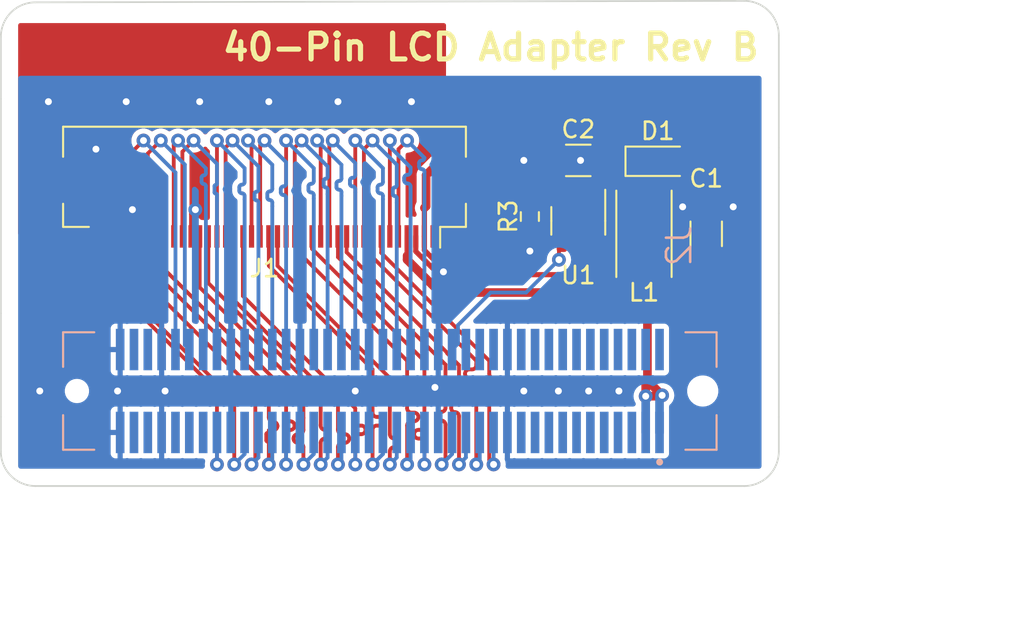
<source format=kicad_pcb>
(kicad_pcb (version 20211014) (generator pcbnew)
  (layers (0 "F.Cu" signal) (1 "In1.Cu" power) (2 "In2.Cu" power) (31 "B.Cu" signal) (34 "B.Paste" user) (35 "F.Paste" user) (36 "B.SilkS" user "B.Silkscreen") (37 "F.SilkS" user "F.Silkscreen") (38 "B.Mask" user) (39 "F.Mask" user) (44 "Edge.Cuts" user))
  (net 0 "")
  (net 1 "+3.3V")
  (net 2 "GND")
  (net 3 "/PIN_J24 P")
  (net 4 "/PIN_N19 P")
  (net 5 "/PIN_E21 P")
  (net 6 "/PIN_G25 P")
  (net 7 "/PIN_A23 P")
  (net 8 "/PIN_D26 P")
  (net 9 "/PIN_L22 P")
  (net 10 "/PIN_E25 P")
  (net 11 "/PIN_J21 P")
  (net 12 "/PIN_D23 P")
  (net 13 "/PIN_J26 P")
  (net 14 "/PIN_F22 P")
  (net 15 "/PIN_F25 P")
  (net 16 "/PIN_H21 P")
  (net 17 "/PIN_M24 P")
  (net 18 "/PIN_G22_P")
  (net 19 "/VLED+")
  (net 20 "/VLED-")
  (net 21 "/PIN_L24_N")
  (net 22 "/PIN_J25_N")
  (net 23 "/PIN_G21_N")
  (net 24 "/PIN_E22_N")
  (net 25 "/PIN_F23_N")
  (net 26 "/PIN_D25_N")
  (net 27 "/PIN_D24_N")
  (net 28 "/PIN_E23_N")
  (net 29 "/PIN_K22_N")
  (net 30 "/PIN_M20_N")
  (net 31 "/PIN_H22_N")
  (net 32 "/PIN_H26_N")
  (net 33 "/PIN_G26_N")
  (net 34 "/PIN_E26_N")
  (net 36 "/PIN_C26_N")
  (net 37 "/PIN_A24_N")
  (net 38 "/PIN_B20 P")
  (net 68 "/SW")
  (net 70 "/DIMMER")
  (footprint "Connector_FFC-FPC:Hirose_FH12-40S-0.5SH_1x40-1MP_P0.50mm_Horizontal" (layer "F.Cu") (at 115.25 82.7 180)
    (fp_text reference "J1")
    (fp_text value "Conn_01x40_Female")
  )
  (footprint "Diode_SMD:D_SOD-323_HandSoldering" (layer "F.Cu") (at 138.03125 80.2)
    (fp_text reference "D1")
    (fp_text value "D_Schottky" hide)
  )
  (footprint "Capacitor_SMD:C_1206_3216Metric_Pad1.33x1.80mm_HandSolder" (layer "F.Cu") (at 133.4 80.15 180)
    (fp_text reference "C2")
    (fp_text value "10uF")
  )
  (footprint "Resistor_SMD:R_0603_1608Metric_Pad0.98x0.95mm_HandSolder" (layer "F.Cu") (at 130.6 83.4 -90)
    (fp_text reference "R3")
    (fp_text value "10R")
  )
  (footprint "Capacitor_SMD:C_1206_3216Metric_Pad1.33x1.80mm_HandSolder" (layer "F.Cu") (at 140.8 84.4 90)
    (fp_text reference "C1")
    (fp_text value "10uF")
  )
  (footprint "Package_TO_SOT_SMD:SOT-23-6" (layer "F.Cu") (at 133.4 83.65 -90)
    (fp_text reference "U1")
    (fp_text value "AP3032")
  )
  (footprint "Inductor_SMD:L_Taiyo-Yuden_NR-30xx_HandSoldering" (layer "F.Cu") (at 137.2 84.4 90)
    (fp_text reference "L1")
    (fp_text value "6.8uH")
  )
  (footprint "fpga-adapter:TE_5-5179180-3" (layer "B.Cu") (at 122.5 93.5 180)
    (fp_text reference "J2")
    (fp_text value "Conn_02x40_Odd_Even" hide)
  )
  (gr_line (start 145 97) (end 145 95) (layer "Edge.Cuts") (width 0.1))
  (gr_arc (start 143 70.914213) (mid 144.414209 71.5) (end 145 72.914213) (layer "Edge.Cuts") (width 0.1))
  (gr_arc (start 102 99) (mid 100.585786 98.414214) (end 100 97) (layer "Edge.Cuts") (width 0.1))
  (gr_arc (start 145 97) (mid 144.414214 98.414214) (end 143 99) (layer "Edge.Cuts") (width 0.1))
  (gr_line (start 102 71) (end 143 70.914214) (layer "Edge.Cuts") (width 0.1))
  (gr_line (start 100 76.585787) (end 100 73) (layer "Edge.Cuts") (width 0.1))
  (gr_line (start 100 89) (end 100 76.585787) (layer "Edge.Cuts") (width 0.1))
  (gr_line (start 145 72.914213) (end 145 79.414213) (layer "Edge.Cuts") (width 0.1))
  (gr_line (start 100 97) (end 100 95) (layer "Edge.Cuts") (width 0.1))
  (gr_arc (start 100 73) (mid 100.585787 71.585791) (end 102 71) (layer "Edge.Cuts") (width 0.1))
  (gr_line (start 145 79.414213) (end 145 89) (layer "Edge.Cuts") (width 0.1))
  (gr_line (start 145 95) (end 145 89) (layer "Edge.Cuts") (width 0.1))
  (gr_line (start 100 95) (end 100 89) (layer "Edge.Cuts") (width 0.1))
  (gr_line (start 102 99) (end 143 99) (layer "Edge.Cuts") (width 0.1))
  (gr_text "40-Pin LCD Adapter Rev B" (at 144 73.6) (layer "F.SilkS") (effects (font (size 1.5 1.5) (thickness 0.3)) (justify right)))
  (segment (start 132.93125 87.8) (end 134.73125 86) (width 0.5) (layer "F.Cu") (net 1))
  (segment (start 137.4 86.2) (end 137.2 86) (width 0.5) (layer "F.Cu") (net 1))
  (segment (start 138.25 93.75) (end 137.4 92.9) (width 0.5) (layer "F.Cu") (net 1))
  (segment (start 123.5 85.66498) (end 123.5 85.9) (width 0.5) (layer "F.Cu") (net 1))
  (segment (start 134.35 84.7875) (end 134.35 85.61875) (width 0.5) (layer "F.Cu") (net 1))
  (segment (start 137.3 93.8) (end 137.3 93) (width 0.5) (layer "F.Cu") (net 1))
  (segment (start 125.4 87.8) (end 132.93125 87.8) (width 0.5) (layer "F.Cu") (net 1))
  (segment (start 134.35 85.61875) (end 134.73125 86) (width 0.5) (layer "F.Cu") (net 1))
  (segment (start 123.5 85.9) (end 125.4 87.8) (width 0.5) (layer "F.Cu") (net 1))
  (segment (start 138.2 93.8) (end 138.25 93.75) (width 0.5) (layer "F.Cu") (net 1))
  (segment (start 137.3 93) (end 137.4 92.9) (width 0.5) (layer "F.Cu") (net 1))
  (segment (start 137.2375 85.9625) (end 137.2 86) (width 0.5) (layer "F.Cu") (net 1))
  (segment (start 137.3 93.8) (end 138.2 93.8) (width 0.5) (layer "F.Cu") (net 1))
  (segment (start 134.73125 86) (end 138.23125 86) (width 0.5) (layer "F.Cu") (net 1))
  (segment (start 137.4 92.9) (end 137.4 86.2) (width 0.5) (layer "F.Cu") (net 1))
  (segment (start 123.5 84.55) (end 123.5 85.66498) (width 0.3) (layer "F.Cu") (net 1))
  (segment (start 140.8 85.9625) (end 137.2375 85.9625) (width 0.5) (layer "F.Cu") (net 1))
  (via (at 138.25 93.75) (size 0.8) (drill 0.4) (layers "F.Cu" "B.Cu") (net 1))
  (via (at 137.3 93.8) (size 0.8) (drill 0.4) (layers "F.Cu" "B.Cu") (net 1))
  (segment (start 138.1 93.9) (end 138.25 93.75) (width 0.5) (layer "B.Cu") (net 1))
  (segment (start 138.1 95.9) (end 138.1 93.9) (width 0.5) (layer "B.Cu") (net 1))
  (segment (start 137.3 95.9) (end 137.3 93.8) (width 0.5) (layer "B.Cu") (net 1))
  (segment (start 107.5 83.1095) (end 107.6095 83) (width 0.22) (layer "F.Cu") (net 2))
  (segment (start 111 84.55) (end 111 83.25) (width 0.22) (layer "F.Cu") (net 2))
  (segment (start 132.05625 80.15) (end 133.53125 80.15) (width 0.5) (layer "F.Cu") (net 2))
  (segment (start 140.8 82.8375) (end 142.3625 82.8375) (width 0.5) (layer "F.Cu") (net 2))
  (segment (start 133.4 80.28125) (end 133.53125 80.15) (width 0.5) (layer "F.Cu") (net 2))
  (segment (start 133.4 82.5125) (end 133.4 80.28125) (width 0.5) (layer "F.Cu") (net 2))
  (segment (start 111 83.25) (end 111.25 83) (width 0.22) (layer "F.Cu") (net 2))
  (segment (start 124 85.41498) (end 125.18502 86.6) (width 0.3) (layer "F.Cu") (net 2))
  (segment (start 140.8 82.8375) (end 139.4375 82.8375) (width 0.5) (layer "F.Cu") (net 2))
  (segment (start 131.8375 80.15) (end 130.25 80.15) (width 0.5) (layer "F.Cu") (net 2))
  (segment (start 124 84.55) (end 124 85.41498) (width 0.3) (layer "F.Cu") (net 2))
  (segment (start 125.18502 86.6) (end 125.6 86.6) (width 0.3) (layer "F.Cu") (net 2))
  (segment (start 130.6 84.3125) (end 130.6 85.4) (width 0.3) (layer "F.Cu") (net 2))
  (segment (start 107.5 84.55) (end 107.5 83.1095) (width 0.22) (layer "F.Cu") (net 2))
  (via (at 134 93.5) (size 0.8) (drill 0.4) (layers "F.Cu" "B.Cu") (net 2))
  (via (at 130.25 93.5) (size 0.8) (drill 0.4) (layers "F.Cu" "B.Cu") (net 2))
  (via (at 139.4375 82.8375) (size 0.8) (drill 0.4) (layers "F.Cu" "B.Cu") (net 2))
  (via (at 106.75 93.5) (size 0.8) (drill 0.4) (layers "F.Cu" "B.Cu") (net 2))
  (via (at 133.53125 80.15) (size 0.8) (drill 0.4) (layers "F.Cu" "B.Cu") (net 2))
  (via (at 142.3625 82.8375) (size 0.8) (drill 0.4) (layers "F.Cu" "B.Cu") (net 2))
  (via (at 132.25 93.5) (size 0.8) (drill 0.4) (layers "F.Cu" "B.Cu") (net 2))
  (via (at 135.75 93.5) (size 0.8) (drill 0.4) (layers "F.Cu" "B.Cu") (net 2))
  (via (at 102.75 76.75) (size 0.8) (drill 0.4) (layers "F.Cu" "B.Cu") (net 2))
  (via (at 111.25 83) (size 0.8) (drill 0.4) (layers "F.Cu" "B.Cu") (net 2))
  (via (at 120.5 93.5) (size 0.8) (drill 0.4) (layers "F.Cu" "B.Cu") (net 2))
  (via (at 111.5 76.75) (size 0.8) (drill 0.4) (layers "F.Cu" "B.Cu") (net 2))
  (via (at 102.25 93.5) (size 0.8) (drill 0.4) (layers "F.Cu" "B.Cu") (net 2))
  (via (at 115.5 76.75) (size 0.8) (drill 0.4) (layers "F.Cu" "B.Cu") (net 2))
  (via (at 125.6 86.6) (size 0.8) (drill 0.4) (layers "F.Cu" "B.Cu") (net 2))
  (via (at 109.5 93.5) (size 0.8) (drill 0.4) (layers "F.Cu" "B.Cu") (net 2))
  (via (at 125.1095 93.290069) (size 0.8) (drill 0.4) (layers "F.Cu" "B.Cu") (net 2))
  (via (at 107.6095 83) (size 0.8) (drill 0.4) (layers "F.Cu" "B.Cu") (net 2))
  (via (at 123.75 76.75) (size 0.8) (drill 0.4) (layers "F.Cu" "B.Cu") (net 2))
  (via (at 130.6 85.4) (size 0.8) (drill 0.4) (layers "F.Cu" "B.Cu") (net 2))
  (via (at 107.25 76.75) (size 0.8) (drill 0.4) (layers "F.Cu" "B.Cu") (net 2))
  (via (at 130.25 80.15) (size 0.8) (drill 0.4) (layers "F.Cu" "B.Cu") (net 2))
  (via (at 105.5 79.5) (size 0.8) (drill 0.4) (layers "F.Cu" "B.Cu") (net 2))
  (via (at 119.5 76.75) (size 0.8) (drill 0.4) (layers "F.Cu" "B.Cu") (net 2))
  (segment (start 121 79.5) (end 121.5 79) (width 0.22) (layer "F.Cu") (net 3))
  (segment (start 121 84.55) (end 121 79.5) (width 0.22) (layer "F.Cu") (net 3))
  (via (at 121.5 79) (size 0.8) (drill 0.4) (layers "F.Cu" "B.Cu") (net 3))
  (segment (start 122.9 82.32514) (end 122.9 82.6) (width 0.22) (layer "B.Cu") (net 3))
  (segment (start 121.5 79) (end 122.9 80.4) (width 0.22) (layer "B.Cu") (net 3))
  (segment (start 122.9 82.6) (end 122.9 91.1) (width 0.22) (layer "B.Cu") (net 3))
  (segment (start 122.9 80.4) (end 122.9 81.6) (width 0.22) (layer "B.Cu") (net 3))
  (segment (start 122.67486 81.82514) (end 122.67486 82.1) (width 0.22) (layer "B.Cu") (net 3))
  (arc (start 122.9 81.6) (mid 122.867029 81.679599) (end 122.78743 81.71257) (width 0.22) (layer "B.Cu") (net 3))
  (arc (start 122.78743 81.71257) (mid 122.707831 81.745541) (end 122.67486 81.82514) (width 0.22) (layer "B.Cu") (net 3))
  (arc (start 122.78743 82.21257) (mid 122.867029 82.245541) (end 122.9 82.32514) (width 0.22) (layer "B.Cu") (net 3))
  (arc (start 122.67486 82.1) (mid 122.707831 82.179599) (end 122.78743 82.21257) (width 0.22) (layer "B.Cu") (net 3))
  (segment (start 126.5 92) (end 126.5 94) (width 0.22) (layer "F.Cu") (net 4))
  (segment (start 126.5 95) (end 126.5 97.75) (width 0.22) (layer "F.Cu") (net 4))
  (segment (start 126.05 94.45) (end 126.05 94.5) (width 0.22) (layer "F.Cu") (net 4))
  (segment (start 125.819501 91.319501) (end 126.5 92) (width 0.22) (layer "F.Cu") (net 4))
  (segment (start 120 84.55) (end 120 85.468158) (width 0.22) (layer "F.Cu") (net 4))
  (segment (start 125.819501 91.287659) (end 125.819501 91.319501) (width 0.22) (layer "F.Cu") (net 4))
  (segment (start 126.5 94.95) (end 126.5 95) (width 0.22) (layer "F.Cu") (net 4))
  (segment (start 120 85.468158) (end 125.819501 91.287659) (width 0.22) (layer "F.Cu") (net 4))
  (via (at 126.5 97.75) (size 0.8) (drill 0.4) (layers "F.Cu" "B.Cu") (net 4))
  (arc (start 126.5 94) (mid 126.434099 94.159099) (end 126.275 94.225) (width 0.22) (layer "F.Cu") (net 4))
  (arc (start 126.275 94.725) (mid 126.434099 94.790901) (end 126.5 94.95) (width 0.22) (layer "F.Cu") (net 4))
  (arc (start 126.275 94.225) (mid 126.115901 94.290901) (end 126.05 94.45) (width 0.22) (layer "F.Cu") (net 4))
  (arc (start 126.05 94.5) (mid 126.115901 94.659099) (end 126.275 94.725) (width 0.22) (layer "F.Cu") (net 4))
  (segment (start 126.9 97.35) (end 126.5 97.75) (width 0.22) (layer "B.Cu") (net 4))
  (segment (start 126.9 95.9) (end 126.9 97.35) (width 0.22) (layer "B.Cu") (net 4))
  (segment (start 117 84.55) (end 117 79.399503) (width 0.22) (layer "F.Cu") (net 5))
  (segment (start 117 79.399503) (end 117.399503 79) (width 0.22) (layer "F.Cu") (net 5))
  (via (at 117.399503 79) (size 0.8) (drill 0.4) (layers "F.Cu" "B.Cu") (net 5))
  (segment (start 118.9 80.500497) (end 118.9 81.1) (width 0.22) (layer "B.Cu") (net 5))
  (segment (start 117.399503 79) (end 118.9 80.500497) (width 0.22) (layer "B.Cu") (net 5))
  (segment (start 118.67486 81.32514) (end 118.67486 81.6) (width 0.22) (layer "B.Cu") (net 5))
  (segment (start 118.9 82.1) (end 118.9 91.1) (width 0.22) (layer "B.Cu") (net 5))
  (segment (start 118.9 81.82514) (end 118.9 82.1) (width 0.22) (layer "B.Cu") (net 5))
  (arc (start 118.78743 81.71257) (mid 118.867029 81.745541) (end 118.9 81.82514) (width 0.22) (layer "B.Cu") (net 5))
  (arc (start 118.67486 81.6) (mid 118.707831 81.679599) (end 118.78743 81.71257) (width 0.22) (layer "B.Cu") (net 5))
  (arc (start 118.78743 81.21257) (mid 118.707831 81.245541) (end 118.67486 81.32514) (width 0.22) (layer "B.Cu") (net 5))
  (arc (start 118.9 81.1) (mid 118.867029 81.179599) (end 118.78743 81.21257) (width 0.22) (layer "B.Cu") (net 5))
  (segment (start 114 88) (end 114 84.55) (width 0.22) (layer "F.Cu") (net 6))
  (segment (start 120.5 95.2) (end 120.5 94.5) (width 0.22) (layer "F.Cu") (net 6))
  (segment (start 120.5 97.75) (end 120.5 96.25) (width 0.22) (layer "F.Cu") (net 6))
  (segment (start 120.75 96) (end 120.843908 96) (width 0.22) (layer "F.Cu") (net 6))
  (segment (start 120.5 95.25) (end 120.5 95.2) (width 0.22) (layer "F.Cu") (net 6))
  (segment (start 120.843908 95.5) (end 120.75 95.5) (width 0.22) (layer "F.Cu") (net 6))
  (segment (start 120.5 94.5) (end 114 88) (width 0.22) (layer "F.Cu") (net 6))
  (via (at 120.5 97.75) (size 0.8) (drill 0.4) (layers "F.Cu" "B.Cu") (net 6))
  (arc (start 121.093908 95.75) (mid 121.020685 95.573223) (end 120.843908 95.5) (width 0.22) (layer "F.Cu") (net 6))
  (arc (start 120.75 95.5) (mid 120.573223 95.426777) (end 120.5 95.25) (width 0.22) (layer "F.Cu") (net 6))
  (arc (start 120.843908 96) (mid 121.020685 95.926777) (end 121.093908 95.75) (width 0.22) (layer "F.Cu") (net 6))
  (arc (start 120.5 96.25) (mid 120.573223 96.073223) (end 120.75 96) (width 0.22) (layer "F.Cu") (net 6))
  (segment (start 120.5 95.9) (end 120.5 97.75) (width 0.22) (layer "B.Cu") (net 6))
  (segment (start 106.5 85.318158) (end 106.5 84.55) (width 0.22) (layer "F.Cu") (net 7))
  (segment (start 114.719 97.531) (end 114.719 93.537158) (width 0.22) (layer "F.Cu") (net 7))
  (segment (start 114.719 93.537158) (end 106.5 85.318158) (width 0.22) (layer "F.Cu") (net 7))
  (segment (start 114.5 97.75) (end 114.719 97.531) (width 0.22) (layer "F.Cu") (net 7))
  (via (at 114.5 97.75) (size 0.8) (drill 0.4) (layers "F.Cu" "B.Cu") (net 7))
  (segment (start 114.9 97.35) (end 114.5 97.75) (width 0.22) (layer "B.Cu") (net 7))
  (segment (start 114.9 95.9) (end 114.9 97.35) (width 0.22) (layer "B.Cu") (net 7))
  (segment (start 116.5 97.75) (end 116.5 96) (width 0.22) (layer "F.Cu") (net 8))
  (segment (start 116.990355 95.509646) (end 116.990355 95.5) (width 0.22) (layer "F.Cu") (net 8))
  (segment (start 116.5 95) (end 116.5 93.5) (width 0.22) (layer "F.Cu") (net 8))
  (segment (start 116.5 95.009646) (end 116.5 95) (width 0.22) (layer "F.Cu") (net 8))
  (segment (start 109.5 86.5) (end 109.5 84.55) (width 0.22) (layer "F.Cu") (net 8))
  (segment (start 116.745177 95.754823) (end 116.745178 95.754823) (width 0.22) (layer "F.Cu") (net 8))
  (segment (start 116.745178 95.254823) (end 116.745177 95.254823) (width 0.22) (layer "F.Cu") (net 8))
  (segment (start 116.5 93.5) (end 109.5 86.5) (width 0.22) (layer "F.Cu") (net 8))
  (via (at 116.5 97.75) (size 0.8) (drill 0.4) (layers "F.Cu" "B.Cu") (net 8))
  (arc (start 116.5 96) (mid 116.571811 95.826634) (end 116.745177 95.754823) (width 0.22) (layer "F.Cu") (net 8))
  (arc (start 116.990355 95.5) (mid 116.918544 95.326634) (end 116.745178 95.254823) (width 0.22) (layer "F.Cu") (net 8))
  (arc (start 116.745177 95.254823) (mid 116.571811 95.183012) (end 116.5 95.009646) (width 0.22) (layer "F.Cu") (net 8))
  (arc (start 116.745178 95.754823) (mid 116.918544 95.683012) (end 116.990355 95.509646) (width 0.22) (layer "F.Cu") (net 8))
  (segment (start 116.5 95.9) (end 116.5 97.75) (width 0.22) (layer "B.Cu") (net 8))
  (segment (start 128.25 93.55) (end 128.25 97.5) (width 0.22) (layer "F.Cu") (net 9))
  (segment (start 122 85.5) (end 128.25 91.75) (width 0.22) (layer "F.Cu") (net 9))
  (segment (start 122 84.55) (end 122 85.5) (width 0.22) (layer "F.Cu") (net 9))
  (segment (start 128.25 97.5) (end 128.5 97.75) (width 0.22) (layer "F.Cu") (net 9))
  (segment (start 128.25 91.75) (end 128.25 92.5) (width 0.22) (layer "F.Cu") (net 9))
  (segment (start 128.593909 93.25) (end 128.5 93.25) (width 0.22) (layer "F.Cu") (net 9))
  (segment (start 128.25 93.5) (end 128.25 93.55) (width 0.22) (layer "F.Cu") (net 9))
  (segment (start 128.5 92.75) (end 128.593909 92.75) (width 0.22) (layer "F.Cu") (net 9))
  (via (at 128.5 97.75) (size 0.8) (drill 0.4) (layers "F.Cu" "B.Cu") (net 9))
  (arc (start 128.593909 92.75) (mid 128.770686 92.823223) (end 128.843909 93) (width 0.22) (layer "F.Cu") (net 9))
  (arc (start 128.5 93.25) (mid 128.323223 93.323223) (end 128.25 93.5) (width 0.22) (layer "F.Cu") (net 9))
  (arc (start 128.25 92.5) (mid 128.323223 92.676777) (end 128.5 92.75) (width 0.22) (layer "F.Cu") (net 9))
  (arc (start 128.843909 93) (mid 128.770686 93.176777) (end 128.593909 93.25) (width 0.22) (layer "F.Cu") (net 9))
  (segment (start 128.5 95.9) (end 128.5 97.75) (width 0.22) (layer "B.Cu") (net 9))
  (segment (start 113 84.55) (end 113 79.399503) (width 0.22) (layer "F.Cu") (net 10))
  (segment (start 113 79.399503) (end 113.399503 79) (width 0.22) (layer "F.Cu") (net 10))
  (via (at 113.399503 79) (size 0.8) (drill 0.4) (layers "F.Cu" "B.Cu") (net 10))
  (segment (start 113.399503 79) (end 114.9 80.500497) (width 0.22) (layer "B.Cu") (net 10))
  (segment (start 114.9 80.500497) (end 114.9 81.85) (width 0.22) (layer "B.Cu") (net 10))
  (segment (start 114.67486 82.07514) (end 114.67486 82.35) (width 0.22) (layer "B.Cu") (net 10))
  (segment (start 114.9 82.85) (end 114.9 91.1) (width 0.22) (layer "B.Cu") (net 10))
  (segment (start 114.9 82.57514) (end 114.9 82.85) (width 0.22) (layer "B.Cu") (net 10))
  (arc (start 114.78743 82.46257) (mid 114.867029 82.495541) (end 114.9 82.57514) (width 0.22) (layer "B.Cu") (net 10))
  (arc (start 114.67486 82.35) (mid 114.707831 82.429599) (end 114.78743 82.46257) (width 0.22) (layer "B.Cu") (net 10))
  (arc (start 114.9 81.85) (mid 114.867029 81.929599) (end 114.78743 81.96257) (width 0.22) (layer "B.Cu") (net 10))
  (arc (start 114.78743 81.96257) (mid 114.707831 81.995541) (end 114.67486 82.07514) (width 0.22) (layer "B.Cu") (net 10))
  (segment (start 124.5 95.5) (end 124.5 94.303867) (width 0.22) (layer "F.Cu") (net 11))
  (segment (start 124.5 97.75) (end 124.5 96.5) (width 0.22) (layer "F.Cu") (net 11))
  (segment (start 124.5 94.303867) (end 124.5 91.77) (width 0.22) (layer "F.Cu") (net 11))
  (segment (start 124.5 91.77) (end 118 85.27) (width 0.22) (layer "F.Cu") (net 11))
  (segment (start 124.25 96.25) (end 124.156092 96.25) (width 0.22) (layer "F.Cu") (net 11))
  (segment (start 118 85.27) (end 118 84.55) (width 0.22) (layer "F.Cu") (net 11))
  (segment (start 124.156092 95.75) (end 124.25 95.75) (width 0.22) (layer "F.Cu") (net 11))
  (via (at 124.5 97.75) (size 0.8) (drill 0.4) (layers "F.Cu" "B.Cu") (net 11))
  (arc (start 124.25 95.75) (mid 124.426777 95.676777) (end 124.5 95.5) (width 0.22) (layer "F.Cu") (net 11))
  (arc (start 124.156092 96.25) (mid 123.979315 96.176777) (end 123.906092 96) (width 0.22) (layer "F.Cu") (net 11))
  (arc (start 123.906092 96) (mid 123.979315 95.823223) (end 124.156092 95.75) (width 0.22) (layer "F.Cu") (net 11))
  (arc (start 124.5 96.5) (mid 124.426777 96.323223) (end 124.25 96.25) (width 0.22) (layer "F.Cu") (net 11))
  (segment (start 124.5 95.9) (end 124.5 97.75) (width 0.22) (layer "B.Cu") (net 11))
  (segment (start 110.5 84.55) (end 110.5 79.649503) (width 0.22) (layer "F.Cu") (net 12))
  (segment (start 110.5 79.649503) (end 111.149503 79) (width 0.22) (layer "F.Cu") (net 12))
  (via (at 111.149503 79) (size 0.8) (drill 0.4) (layers "F.Cu" "B.Cu") (net 12))
  (segment (start 112.359951 81.640048) (end 112.359951 82) (width 0.22) (layer "B.Cu") (net 12))
  (segment (start 112.5 80.350497) (end 112.5 81.5) (width 0.22) (layer "B.Cu") (net 12))
  (segment (start 112.5 82.5) (end 112.5 91.1) (width 0.22) (layer "B.Cu") (net 12))
  (segment (start 112.429976 81.570024) (end 112.429975 81.570024) (width 0.22) (layer "B.Cu") (net 12))
  (segment (start 112.429975 82.070024) (end 112.429976 82.070024) (width 0.22) (layer "B.Cu") (net 12))
  (segment (start 111.149503 79) (end 112.5 80.350497) (width 0.22) (layer "B.Cu") (net 12))
  (segment (start 112.5 82.140048) (end 112.5 82.5) (width 0.22) (layer "B.Cu") (net 12))
  (arc (start 112.429975 81.570024) (mid 112.380461 81.590534) (end 112.359951 81.640048) (width 0.22) (layer "B.Cu") (net 12))
  (arc (start 112.359951 82) (mid 112.380461 82.049514) (end 112.429975 82.070024) (width 0.22) (layer "B.Cu") (net 12))
  (arc (start 112.5 81.5) (mid 112.47949 81.549514) (end 112.429976 81.570024) (width 0.22) (layer "B.Cu") (net 12))
  (arc (start 112.429976 82.070024) (mid 112.47949 82.090534) (end 112.5 82.140048) (width 0.22) (layer "B.Cu") (net 12))
  (segment (start 122.5 92.75) (end 116 86.25) (width 0.22) (layer "F.Cu") (net 13))
  (segment (start 122.761066 96.25) (end 122.75 96.25) (width 0.22) (layer "F.Cu") (net 13))
  (segment (start 122.5 94.23276) (end 122.5 92.75) (width 0.22) (layer "F.Cu") (net 13))
  (segment (start 122.75 96.75) (end 122.761066 96.75) (width 0.22) (layer "F.Cu") (net 13))
  (segment (start 122.5 96) (end 122.5 94.23276) (width 0.22) (layer "F.Cu") (net 13))
  (segment (start 122.5 97.75) (end 122.5 97) (width 0.22) (layer "F.Cu") (net 13))
  (segment (start 116 86.25) (end 116 84.55) (width 0.22) (layer "F.Cu") (net 13))
  (via (at 122.5 97.75) (size 0.8) (drill 0.4) (layers "F.Cu" "B.Cu") (net 13))
  (arc (start 123.011066 96.5) (mid 122.937843 96.323223) (end 122.761066 96.25) (width 0.22) (layer "F.Cu") (net 13))
  (arc (start 122.5 97) (mid 122.573223 96.823223) (end 122.75 96.75) (width 0.22) (layer "F.Cu") (net 13))
  (arc (start 122.75 96.25) (mid 122.573223 96.176777) (end 122.5 96) (width 0.22) (layer "F.Cu") (net 13))
  (arc (start 122.761066 96.75) (mid 122.937843 96.676777) (end 123.011066 96.5) (width 0.22) (layer "F.Cu") (net 13))
  (segment (start 122.9 97.35) (end 122.5 97.75) (width 0.22) (layer "B.Cu") (net 13))
  (segment (start 122.9 95.9) (end 122.9 97.35) (width 0.22) (layer "B.Cu") (net 13))
  (segment (start 108.5 84.55) (end 108.5 79.75) (width 0.22) (layer "F.Cu") (net 14))
  (segment (start 108.5 79.75) (end 109.25 79) (width 0.22) (layer "F.Cu") (net 14))
  (via (at 109.25 79) (size 0.8) (drill 0.4) (layers "F.Cu" "B.Cu") (net 14))
  (segment (start 110.9 91.1) (end 110.6405 90.8405) (width 0.22) (layer "B.Cu") (net 14))
  (segment (start 110.6405 80.3905) (end 109.25 79) (width 0.22) (layer "B.Cu") (net 14))
  (segment (start 110.6405 90.8405) (end 110.6405 80.3905) (width 0.22) (layer "B.Cu") (net 14))
  (segment (start 118.75 96.25) (end 118.761066 96.25) (width 0.22) (layer "F.Cu") (net 15))
  (segment (start 118.5 97.75) (end 118.5 96.5) (width 0.22) (layer "F.Cu") (net 15))
  (segment (start 118.761066 95.75) (end 118.75 95.75) (width 0.22) (layer "F.Cu") (net 15))
  (segment (start 112 87.25) (end 112 84.55) (width 0.22) (layer "F.Cu") (net 15))
  (segment (start 118.5 95.45) (end 118.5 93.75) (width 0.22) (layer "F.Cu") (net 15))
  (segment (start 118.5 93.75) (end 112 87.25) (width 0.22) (layer "F.Cu") (net 15))
  (segment (start 118.5 95.5) (end 118.5 95.45) (width 0.22) (layer "F.Cu") (net 15))
  (via (at 118.5 97.75) (size 0.8) (drill 0.4) (layers "F.Cu" "B.Cu") (net 15))
  (arc (start 118.5 96.5) (mid 118.573223 96.323223) (end 118.75 96.25) (width 0.22) (layer "F.Cu") (net 15))
  (arc (start 119.011066 96) (mid 118.937843 95.823223) (end 118.761066 95.75) (width 0.22) (layer "F.Cu") (net 15))
  (arc (start 118.75 95.75) (mid 118.573223 95.676777) (end 118.5 95.5) (width 0.22) (layer "F.Cu") (net 15))
  (arc (start 118.761066 96.25) (mid 118.937843 96.176777) (end 119.011066 96) (width 0.22) (layer "F.Cu") (net 15))
  (segment (start 118.9 95.9) (end 118.9 97.35) (width 0.22) (layer "B.Cu") (net 15))
  (segment (start 118.9 97.35) (end 118.5 97.75) (width 0.22) (layer "B.Cu") (net 15))
  (segment (start 119 84.55) (end 119 79.198509) (width 0.22) (layer "F.Cu") (net 16))
  (segment (start 119 79.198509) (end 119.198509 79) (width 0.22) (layer "F.Cu") (net 16))
  (via (at 119.198509 79) (size 0.8) (drill 0.4) (layers "F.Cu" "B.Cu") (net 16))
  (segment (start 120.5 80.301491) (end 120.5 81) (width 0.22) (layer "B.Cu") (net 16))
  (segment (start 120.5 82) (end 120.5 91.1) (width 0.22) (layer "B.Cu") (net 16))
  (segment (start 120.5 81.807982) (end 120.5 82) (width 0.22) (layer "B.Cu") (net 16))
  (segment (start 119.198509 79) (end 120.5 80.301491) (width 0.22) (layer "B.Cu") (net 16))
  (segment (start 120.192018 81.307982) (end 120.192018 81.5) (width 0.22) (layer "B.Cu") (net 16))
  (arc (start 120.346009 81.153991) (mid 120.237121 81.199094) (end 120.192018 81.307982) (width 0.22) (layer "B.Cu") (net 16))
  (arc (start 120.346009 81.653991) (mid 120.454897 81.699094) (end 120.5 81.807982) (width 0.22) (layer "B.Cu") (net 16))
  (arc (start 120.192018 81.5) (mid 120.237121 81.608888) (end 120.346009 81.653991) (width 0.22) (layer "B.Cu") (net 16))
  (arc (start 120.5 81) (mid 120.454897 81.108888) (end 120.346009 81.153991) (width 0.22) (layer "B.Cu") (net 16))
  (segment (start 123 79.5) (end 123.5 79) (width 0.22) (layer "F.Cu") (net 17))
  (segment (start 123 84.55) (end 123 79.5) (width 0.22) (layer "F.Cu") (net 17))
  (via (at 123.5 79) (size 0.8) (drill 0.4) (layers "F.Cu" "B.Cu") (net 17))
  (segment (start 124.5 80.807982) (end 124.5 81) (width 0.22) (layer "B.Cu") (net 17))
  (segment (start 123.5 79) (end 124.5 80) (width 0.22) (layer "B.Cu") (net 17))
  (segment (start 124.346009 80.153991) (end 124.346008 80.153991) (width 0.22) (layer "B.Cu") (net 17))
  (segment (start 124.192017 80.307982) (end 124.192017 80.5) (width 0.22) (layer "B.Cu") (net 17))
  (segment (start 124.346008 80.653991) (end 124.346009 80.653991) (width 0.22) (layer "B.Cu") (net 17))
  (segment (start 124.5 81) (end 124.5 91.1) (width 0.22) (layer "B.Cu") (net 17))
  (arc (start 124.192017 80.5) (mid 124.23712 80.608888) (end 124.346008 80.653991) (width 0.22) (layer "B.Cu") (net 17))
  (arc (start 124.346008 80.153991) (mid 124.23712 80.199094) (end 124.192017 80.307982) (width 0.22) (layer "B.Cu") (net 17))
  (arc (start 124.5 80) (mid 124.454897 80.108888) (end 124.346009 80.153991) (width 0.22) (layer "B.Cu") (net 17))
  (arc (start 124.346009 80.653991) (mid 124.454897 80.699094) (end 124.5 80.807982) (width 0.22) (layer "B.Cu") (net 17))
  (segment (start 115 79.25) (end 115.25 79) (width 0.22) (layer "F.Cu") (net 18))
  (segment (start 115 84.55) (end 115 79.25) (width 0.22) (layer "F.Cu") (net 18))
  (via (at 115.25 79) (size 0.8) (drill 0.4) (layers "F.Cu" "B.Cu") (net 18))
  (segment (start 116.192017 81.807982) (end 116.192017 82) (width 0.22) (layer "B.Cu") (net 18))
  (segment (start 116.5 82.307982) (end 116.5 82.5) (width 0.22) (layer "B.Cu") (net 18))
  (segment (start 116.5 82.5) (end 116.5 91.1) (width 0.22) (layer "B.Cu") (net 18))
  (segment (start 116.346009 81.653991) (end 116.346008 81.653991) (width 0.22) (layer "B.Cu") (net 18))
  (segment (start 115.25 79) (end 116.5 80.25) (width 0.22) (layer "B.Cu") (net 18))
  (segment (start 116.346008 82.153991) (end 116.346009 82.153991) (width 0.22) (layer "B.Cu") (net 18))
  (segment (start 116.5 80.25) (end 116.5 81.5) (width 0.22) (layer "B.Cu") (net 18))
  (arc (start 116.192017 82) (mid 116.23712 82.108888) (end 116.346008 82.153991) (width 0.22) (layer "B.Cu") (net 18))
  (arc (start 116.346009 82.153991) (mid 116.454897 82.199094) (end 116.5 82.307982) (width 0.22) (layer "B.Cu") (net 18))
  (arc (start 116.346008 81.653991) (mid 116.23712 81.699094) (end 116.192017 81.807982) (width 0.22) (layer "B.Cu") (net 18))
  (arc (start 116.5 81.5) (mid 116.454897 81.608888) (end 116.346009 81.653991) (width 0.22) (layer "B.Cu") (net 18))
  (segment (start 133.4125 78.6) (end 127 78.6) (width 0.5) (layer "F.Cu") (net 19))
  (segment (start 124.6 82.8) (end 124.5 82.9) (width 0.5) (layer "F.Cu") (net 19))
  (segment (start 134.9625 80.15) (end 133.4125 78.6) (width 0.5) (layer "F.Cu") (net 19))
  (segment (start 124.5 85.35) (end 124.5 84.55) (width 0.3) (layer "F.Cu") (net 19))
  (segment (start 125.1005 85.9505) (end 124.5 85.35) (width 0.3) (layer "F.Cu") (net 19))
  (segment (start 133.4 84.7875) (end 133.4 86.2) (width 0.3) (layer "F.Cu") (net 19))
  (segment (start 132.83373 86.76627) (end 126.684802 86.76627) (width 0.3) (layer "F.Cu") (net 19))
  (segment (start 127 78.6) (end 124.6 81) (width 0.5) (layer "F.Cu") (net 19))
  (segment (start 136.78125 80.15) (end 135.09375 80.15) (width 0.5) (layer "F.Cu") (net 19))
  (segment (start 125.869032 85.9505) (end 125.1005 85.9505) (width 0.3) (layer "F.Cu") (net 19))
  (segment (start 126.684802 86.76627) (end 125.869032 85.9505) (width 0.3) (layer "F.Cu") (net 19))
  (segment (start 124.5 84.55) (end 124.5 82.9) (width 0.3) (layer "F.Cu") (net 19))
  (segment (start 133.4 86.2) (end 132.83373 86.76627) (width 0.3) (layer "F.Cu") (net 19))
  (segment (start 124.6 81) (end 124.6 82.8) (width 0.5) (layer "F.Cu") (net 19))
  (segment (start 132.30625 82.4875) (end 132.33125 82.5125) (width 0.5) (layer "F.Cu") (net 20))
  (segment (start 130.6 82.4875) (end 128.5375 84.55) (width 0.3) (layer "F.Cu") (net 20))
  (segment (start 128.5375 84.55) (end 125 84.55) (width 0.3) (layer "F.Cu") (net 20))
  (segment (start 130.53125 82.4875) (end 132.30625 82.4875) (width 0.5) (layer "F.Cu") (net 20))
  (segment (start 122.5 84.55) (end 122.5 79) (width 0.22) (layer "F.Cu") (net 21))
  (via (at 122.5 79) (size 0.8) (drill 0.4) (layers "F.Cu" "B.Cu") (net 21))
  (segment (start 123.7 81.8) (end 123.7 91.1) (width 0.22) (layer "B.Cu") (net 21))
  (segment (start 123.7 80.556927) (end 123.7 80.8) (width 0.22) (layer "B.Cu") (net 21))
  (segment (start 123.329886 81.170114) (end 123.329886 81.3) (width 0.22) (layer "B.Cu") (net 21))
  (segment (start 122.5 79) (end 122.5 79.356927) (width 0.22) (layer "B.Cu") (net 21))
  (segment (start 123.7 81.670114) (end 123.7 81.8) (width 0.22) (layer "B.Cu") (net 21))
  (segment (start 122.5 79.356927) (end 123.7 80.556927) (width 0.22) (layer "B.Cu") (net 21))
  (arc (start 123.7 80.8) (mid 123.645798 80.930855) (end 123.514943 80.985057) (width 0.22) (layer "B.Cu") (net 21))
  (arc (start 123.329886 81.3) (mid 123.384088 81.430855) (end 123.514943 81.485057) (width 0.22) (layer "B.Cu") (net 21))
  (arc (start 123.514943 81.485057) (mid 123.645798 81.539259) (end 123.7 81.670114) (width 0.22) (layer "B.Cu") (net 21))
  (arc (start 123.514943 80.985057) (mid 123.384088 81.039259) (end 123.329886 81.170114) (width 0.22) (layer "B.Cu") (net 21))
  (segment (start 120.5 84.55) (end 120.5 79) (width 0.22) (layer "F.Cu") (net 22))
  (via (at 120.5 79) (size 0.8) (drill 0.4) (layers "F.Cu" "B.Cu") (net 22))
  (segment (start 122.1 80.6) (end 122.1 81.4) (width 0.22) (layer "B.Cu") (net 22))
  (segment (start 122.1 82.208732) (end 122.1 82.4) (width 0.22) (layer "B.Cu") (net 22))
  (segment (start 122.1 82.4) (end 122.1 91.1) (width 0.22) (layer "B.Cu") (net 22))
  (segment (start 120.5 79) (end 122.1 80.6) (width 0.22) (layer "B.Cu") (net 22))
  (segment (start 121.791268 81.708732) (end 121.791268 81.9) (width 0.22) (layer "B.Cu") (net 22))
  (arc (start 121.945634 81.554366) (mid 121.836481 81.599579) (end 121.791268 81.708732) (width 0.22) (layer "B.Cu") (net 22))
  (arc (start 121.791268 81.9) (mid 121.836481 82.009153) (end 121.945634 82.054366) (width 0.22) (layer "B.Cu") (net 22))
  (arc (start 121.945634 82.054366) (mid 122.054787 82.099579) (end 122.1 82.208732) (width 0.22) (layer "B.Cu") (net 22))
  (arc (start 122.1 81.4) (mid 122.054787 81.509153) (end 121.945634 81.554366) (width 0.22) (layer "B.Cu") (net 22))
  (segment (start 118.5 84.55) (end 118.5 79.200994) (width 0.22) (layer "F.Cu") (net 23))
  (segment (start 118.5 79.200994) (end 118.299006 79) (width 0.22) (layer "F.Cu") (net 23))
  (via (at 118.299006 79) (size 0.8) (drill 0.4) (layers "F.Cu" "B.Cu") (net 23))
  (segment (start 119.7 81.98686) (end 119.7 82.2) (width 0.22) (layer "B.Cu") (net 23))
  (segment (start 119.41314 81.48686) (end 119.41314 81.7) (width 0.22) (layer "B.Cu") (net 23))
  (segment (start 118.299006 79) (end 119.7 80.400994) (width 0.22) (layer "B.Cu") (net 23))
  (segment (start 119.7 80.400994) (end 119.7 81.2) (width 0.22) (layer "B.Cu") (net 23))
  (segment (start 119.7 82.2) (end 119.7 91.1) (width 0.22) (layer "B.Cu") (net 23))
  (arc (start 119.55657 81.84343) (mid 119.65799 81.88544) (end 119.7 81.98686) (width 0.22) (layer "B.Cu") (net 23))
  (arc (start 119.55657 81.34343) (mid 119.45515 81.38544) (end 119.41314 81.48686) (width 0.22) (layer "B.Cu") (net 23))
  (arc (start 119.41314 81.7) (mid 119.45515 81.80142) (end 119.55657 81.84343) (width 0.22) (layer "B.Cu") (net 23))
  (arc (start 119.7 81.2) (mid 119.65799 81.30142) (end 119.55657 81.34343) (width 0.22) (layer "B.Cu") (net 23))
  (segment (start 116.5 84.55) (end 116.5 79) (width 0.22) (layer "F.Cu") (net 24))
  (via (at 116.5 79) (size 0.8) (drill 0.4) (layers "F.Cu" "B.Cu") (net 24))
  (segment (start 116.5 79) (end 118.1 80.6) (width 0.22) (layer "B.Cu") (net 24))
  (segment (start 118.1 82.158732) (end 118.1 82.35) (width 0.22) (layer "B.Cu") (net 24))
  (segment (start 118.1 82.35) (end 118.1 91.1) (width 0.22) (layer "B.Cu") (net 24))
  (segment (start 118.1 80.6) (end 118.1 81.35) (width 0.22) (layer "B.Cu") (net 24))
  (segment (start 117.791268 81.658732) (end 117.791268 81.85) (width 0.22) (layer "B.Cu") (net 24))
  (arc (start 117.945634 82.004366) (mid 118.054787 82.049579) (end 118.1 82.158732) (width 0.22) (layer "B.Cu") (net 24))
  (arc (start 117.945634 81.504366) (mid 117.836481 81.549579) (end 117.791268 81.658732) (width 0.22) (layer "B.Cu") (net 24))
  (arc (start 117.791268 81.85) (mid 117.836481 81.959153) (end 117.945634 82.004366) (width 0.22) (layer "B.Cu") (net 24))
  (arc (start 118.1 81.35) (mid 118.054787 81.459153) (end 117.945634 81.504366) (width 0.22) (layer "B.Cu") (net 24))
  (segment (start 114.5 79.200994) (end 114.299006 79) (width 0.22) (layer "F.Cu") (net 25))
  (segment (start 114.5 84.55) (end 114.5 79.200994) (width 0.22) (layer "F.Cu") (net 25))
  (via (at 114.299006 79) (size 0.8) (drill 0.4) (layers "F.Cu" "B.Cu") (net 25))
  (segment (start 115.7 82.8) (end 115.7 91.1) (width 0.22) (layer "B.Cu") (net 25))
  (segment (start 115.7 80.400994) (end 115.7 81.8) (width 0.22) (layer "B.Cu") (net 25))
  (segment (start 115.41314 82.08686) (end 115.41314 82.3) (width 0.22) (layer "B.Cu") (net 25))
  (segment (start 114.299006 79) (end 115.7 80.400994) (width 0.22) (layer "B.Cu") (net 25))
  (segment (start 115.7 82.58686) (end 115.7 82.8) (width 0.22) (layer "B.Cu") (net 25))
  (arc (start 115.41314 82.3) (mid 115.45515 82.40142) (end 115.55657 82.44343) (width 0.22) (layer "B.Cu") (net 25))
  (arc (start 115.55657 81.94343) (mid 115.45515 81.98544) (end 115.41314 82.08686) (width 0.22) (layer "B.Cu") (net 25))
  (arc (start 115.55657 82.44343) (mid 115.65799 82.48544) (end 115.7 82.58686) (width 0.22) (layer "B.Cu") (net 25))
  (arc (start 115.7 81.8) (mid 115.65799 81.90142) (end 115.55657 81.94343) (width 0.22) (layer "B.Cu") (net 25))
  (segment (start 112.5 84.55) (end 112.5 79) (width 0.22) (layer "F.Cu") (net 26))
  (via (at 112.5 79) (size 0.8) (drill 0.4) (layers "F.Cu" "B.Cu") (net 26))
  (segment (start 114.1 82.4) (end 114.1 91.1) (width 0.22) (layer "B.Cu") (net 26))
  (segment (start 114.1 82.208732) (end 114.1 82.4) (width 0.22) (layer "B.Cu") (net 26))
  (segment (start 112.5 79) (end 114.1 80.6) (width 0.22) (layer "B.Cu") (net 26))
  (segment (start 114.1 80.6) (end 114.1 81.4) (width 0.22) (layer "B.Cu") (net 26))
  (segment (start 113.791268 81.708732) (end 113.791268 81.9) (width 0.22) (layer "B.Cu") (net 26))
  (arc (start 113.791268 81.9) (mid 113.836481 82.009153) (end 113.945634 82.054366) (width 0.22) (layer "B.Cu") (net 26))
  (arc (start 114.1 81.4) (mid 114.054787 81.509153) (end 113.945634 81.554366) (width 0.22) (layer "B.Cu") (net 26))
  (arc (start 113.945634 82.054366) (mid 114.054787 82.099579) (end 114.1 82.208732) (width 0.22) (layer "B.Cu") (net 26))
  (arc (start 113.945634 81.554366) (mid 113.836481 81.599579) (end 113.791268 81.708732) (width 0.22) (layer "B.Cu") (net 26))
  (segment (start 110 79.25) (end 110.25 79) (width 0.22) (layer "F.Cu") (net 27))
  (segment (start 110 84.55) (end 110 79.25) (width 0.22) (layer "F.Cu") (net 27))
  (via (at 110.25 79) (size 0.8) (drill 0.4) (layers "F.Cu" "B.Cu") (net 27))
  (segment (start 111.734644 81.515355) (end 111.734645 81.515355) (width 0.22) (layer "B.Cu") (net 27))
  (segment (start 111.8595 80.6095) (end 111.8595 80.8905) (width 0.22) (layer "B.Cu") (net 27))
  (segment (start 111.8595 81.64021) (end 111.8595 81.8905) (width 0.22) (layer "B.Cu") (net 27))
  (segment (start 111.8595 81.8905) (end 111.8595 90.9405) (width 0.22) (layer "B.Cu") (net 27))
  (segment (start 110.25 79) (end 111.8595 80.6095) (width 0.22) (layer "B.Cu") (net 27))
  (segment (start 111.8595 90.9405) (end 111.7 91.1) (width 0.22) (layer "B.Cu") (net 27))
  (segment (start 111.609789 81.14021) (end 111.609789 81.3905) (width 0.22) (layer "B.Cu") (net 27))
  (segment (start 111.734645 81.015355) (end 111.734644 81.015355) (width 0.22) (layer "B.Cu") (net 27))
  (arc (start 111.734644 81.015355) (mid 111.646358 81.051924) (end 111.609789 81.14021) (width 0.22) (layer "B.Cu") (net 27))
  (arc (start 111.8595 80.8905) (mid 111.822931 80.978786) (end 111.734645 81.015355) (width 0.22) (layer "B.Cu") (net 27))
  (arc (start 111.609789 81.3905) (mid 111.646358 81.478786) (end 111.734644 81.515355) (width 0.22) (layer "B.Cu") (net 27))
  (arc (start 111.734645 81.515355) (mid 111.822931 81.551924) (end 111.8595 81.64021) (width 0.22) (layer "B.Cu") (net 27))
  (segment (start 107 84.55) (end 107 80.25) (width 0.22) (layer "F.Cu") (net 28))
  (segment (start 107 80.25) (end 108.25 79) (width 0.22) (layer "F.Cu") (net 28))
  (via (at 108.25 79) (size 0.8) (drill 0.4) (layers "F.Cu" "B.Cu") (net 28))
  (segment (start 110.1 80.85) (end 108.25 79) (width 0.22) (layer "B.Cu") (net 28))
  (segment (start 110.1 91.1) (end 110.1 80.85) (width 0.22) (layer "B.Cu") (net 28))
  (segment (start 127.5 91.75) (end 121.5 85.75) (width 0.22) (layer "F.Cu") (net 29))
  (segment (start 127.5 92) (end 127.5 91.95) (width 0.22) (layer "F.Cu") (net 29))
  (segment (start 127.1 92.25) (end 127.25 92.25) (width 0.22) (layer "F.Cu") (net 29))
  (segment (start 127.25 92.75) (end 127.1 92.75) (width 0.22) (layer "F.Cu") (net 29))
  (segment (start 121.5 85.75) (end 121.5 84.55) (width 0.22) (layer "F.Cu") (net 29))
  (segment (start 127.5 97.75) (end 127.5 93) (width 0.22) (layer "F.Cu") (net 29))
  (segment (start 127.5 91.95) (end 127.5 91.75) (width 0.22) (layer "F.Cu") (net 29))
  (via (at 127.5 97.75) (size 0.8) (drill 0.4) (layers "F.Cu" "B.Cu") (net 29))
  (arc (start 127.5 93) (mid 127.426777 92.823223) (end 127.25 92.75) (width 0.22) (layer "F.Cu") (net 29))
  (arc (start 127.25 92.25) (mid 127.426777 92.176777) (end 127.5 92) (width 0.22) (layer "F.Cu") (net 29))
  (arc (start 126.85 92.5) (mid 126.923223 92.323223) (end 127.1 92.25) (width 0.22) (layer "F.Cu") (net 29))
  (arc (start 127.1 92.75) (mid 126.923223 92.676777) (end 126.85 92.5) (width 0.22) (layer "F.Cu") (net 29))
  (segment (start 127.7 97.55) (end 127.5 97.75) (width 0.22) (layer "B.Cu") (net 29))
  (segment (start 127.7 95.9) (end 127.7 97.55) (width 0.22) (layer "B.Cu") (net 29))
  (segment (start 125.477757 95.210242) (end 125.477758 95.210242) (width 0.22) (layer "F.Cu") (net 30))
  (segment (start 125.719 91.969) (end 125.719 94.469) (width 0.22) (layer "F.Cu") (net 30))
  (segment (start 125.236515 94.951484) (end 125.236515 94.969) (width 0.22) (layer "F.Cu") (net 30))
  (segment (start 125.719 95.469) (end 125.719 97.531) (width 0.22) (layer "F.Cu") (net 30))
  (segment (start 125.719 97.531) (end 125.5 97.75) (width 0.22) (layer "F.Cu") (net 30))
  (segment (start 125.719 95.451484) (end 125.719 95.469) (width 0.22) (layer "F.Cu") (net 30))
  (segment (start 125.477758 94.710242) (end 125.477757 94.710242) (width 0.22) (layer "F.Cu") (net 30))
  (segment (start 119.5 84.55) (end 119.5 85.75) (width 0.22) (layer "F.Cu") (net 30))
  (segment (start 119.5 85.75) (end 125.719 91.969) (width 0.22) (layer "F.Cu") (net 30))
  (via (at 125.5 97.75) (size 0.8) (drill 0.4) (layers "F.Cu" "B.Cu") (net 30))
  (arc (start 125.719 94.469) (mid 125.648342 94.639584) (end 125.477758 94.710242) (width 0.22) (layer "F.Cu") (net 30))
  (arc (start 125.477758 95.210242) (mid 125.648342 95.2809) (end 125.719 95.451484) (width 0.22) (layer "F.Cu") (net 30))
  (arc (start 125.236515 94.969) (mid 125.307173 95.139584) (end 125.477757 95.210242) (width 0.22) (layer "F.Cu") (net 30))
  (arc (start 125.477757 94.710242) (mid 125.307173 94.7809) (end 125.236515 94.951484) (width 0.22) (layer "F.Cu") (net 30))
  (segment (start 126.1 95.9) (end 126.1 97.15) (width 0.22) (layer "B.Cu") (net 30))
  (segment (start 126.1 97.15) (end 125.5 97.75) (width 0.22) (layer "B.Cu") (net 30))
  (segment (start 123.5 94.5) (end 123.5 93.749232) (width 0.22) (layer "F.Cu") (net 31))
  (segment (start 123.5 91.75) (end 117.5 85.75) (width 0.22) (layer "F.Cu") (net 31))
  (segment (start 123.75 95.25) (end 123.9 95.25) (width 0.22) (layer "F.Cu") (net 31))
  (segment (start 123.9 94.75) (end 123.75 94.75) (width 0.22) (layer "F.Cu") (net 31))
  (segment (start 117.5 85.75) (end 117.5 84.55) (width 0.22) (layer "F.Cu") (net 31))
  (segment (start 123.5 93.749232) (end 123.5 91.75) (width 0.22) (layer "F.Cu") (net 31))
  (segment (start 123.5 97.75) (end 123.5 95.5) (width 0.22) (layer "F.Cu") (net 31))
  (via (at 123.5 97.75) (size 0.8) (drill 0.4) (layers "F.Cu" "B.Cu") (net 31))
  (arc (start 123.5 95.5) (mid 123.573223 95.323223) (end 123.75 95.25) (width 0.22) (layer "F.Cu") (net 31))
  (arc (start 123.9 95.25) (mid 124.076777 95.176777) (end 124.15 95) (width 0.22) (layer "F.Cu") (net 31))
  (arc (start 124.15 95) (mid 124.076777 94.823223) (end 123.9 94.75) (width 0.22) (layer "F.Cu") (net 31))
  (arc (start 123.75 94.75) (mid 123.573223 94.676777) (end 123.5 94.5) (width 0.22) (layer "F.Cu") (net 31))
  (segment (start 123.7 97.55) (end 123.5 97.75) (width 0.22) (layer "B.Cu") (net 31))
  (segment (start 123.7 95.9) (end 123.7 97.55) (width 0.22) (layer "B.Cu") (net 31))
  (segment (start 121.5 92.25) (end 115.5 86.25) (width 0.22) (layer "F.Cu") (net 32))
  (segment (start 121.5 94.147432) (end 121.5 92.25) (width 0.22) (layer "F.Cu") (net 32))
  (segment (start 115.5 86.25) (end 115.5 84.55) (width 0.22) (layer "F.Cu") (net 32))
  (segment (start 121.5 97.75) (end 121.5 95.75) (width 0.22) (layer "F.Cu") (net 32))
  (segment (start 121.823198 95) (end 121.75 95) (width 0.22) (layer "F.Cu") (net 32))
  (segment (start 121.5 94.75) (end 121.5 94.147432) (width 0.22) (layer "F.Cu") (net 32))
  (segment (start 121.75 95.5) (end 121.823198 95.5) (width 0.22) (layer "F.Cu") (net 32))
  (via (at 121.5 97.75) (size 0.8) (drill 0.4) (layers "F.Cu" "B.Cu") (net 32))
  (arc (start 121.823198 95.5) (mid 121.999975 95.426777) (end 122.073198 95.25) (width 0.22) (layer "F.Cu") (net 32))
  (arc (start 121.75 95) (mid 121.573223 94.926777) (end 121.5 94.75) (width 0.22) (layer "F.Cu") (net 32))
  (arc (start 121.5 95.75) (mid 121.573223 95.573223) (end 121.75 95.5) (width 0.22) (layer "F.Cu") (net 32))
  (arc (start 122.073198 95.25) (mid 121.999975 95.073223) (end 121.823198 95) (width 0.22) (layer "F.Cu") (net 32))
  (segment (start 122.1 95.9) (end 122.1 97.15) (width 0.22) (layer "B.Cu") (net 32))
  (segment (start 122.1 97.15) (end 121.5 97.75) (width 0.22) (layer "B.Cu") (net 32))
  (segment (start 119.9 96) (end 119.75 96) (width 0.22) (layer "F.Cu") (net 33))
  (segment (start 119.75 96.5) (end 119.9 96.5) (width 0.22) (layer "F.Cu") (net 33))
  (segment (start 119.5 94.25) (end 113.5 88.25) (width 0.22) (layer "F.Cu") (net 33))
  (segment (start 113.5 88.25) (end 113.5 84.55) (width 0.22) (layer "F.Cu") (net 33))
  (segment (start 119.5 95.75) (end 119.5 95.7) (width 0.22) (layer "F.Cu") (net 33))
  (segment (start 119.5 97.75) (end 119.5 96.75) (width 0.22) (layer "F.Cu") (net 33))
  (segment (start 119.5 95.7) (end 119.5 94.25) (width 0.22) (layer "F.Cu") (net 33))
  (via (at 119.5 97.75) (size 0.8) (drill 0.4) (layers "F.Cu" "B.Cu") (net 33))
  (arc (start 120.15 96.25) (mid 120.076777 96.073223) (end 119.9 96) (width 0.22) (layer "F.Cu") (net 33))
  (arc (start 119.75 96) (mid 119.573223 95.926777) (end 119.5 95.75) (width 0.22) (layer "F.Cu") (net 33))
  (arc (start 119.5 96.75) (mid 119.573223 96.573223) (end 119.75 96.5) (width 0.22) (layer "F.Cu") (net 33))
  (arc (start 119.9 96.5) (mid 120.076777 96.426777) (end 120.15 96.25) (width 0.22) (layer "F.Cu") (net 33))
  (segment (start 119.7 97.55) (end 119.5 97.75) (width 0.22) (layer "B.Cu") (net 33))
  (segment (start 119.7 95.9) (end 119.7 97.55) (width 0.22) (layer "B.Cu") (net 33))
  (segment (start 117.5 97.75) (end 117.5 96.75) (width 0.22) (layer "F.Cu") (net 34))
  (segment (start 117.5 93.5) (end 111.5 87.5) (width 0.22) (layer "F.Cu") (net 34))
  (segment (start 117.25 96.5) (end 117.176802 96.5) (width 0.22) (layer "F.Cu") (net 34))
  (segment (start 111.5 87.5) (end 111.5 84.55) (width 0.22) (layer "F.Cu") (net 34))
  (segment (start 117.176802 96) (end 117.25 96) (width 0.22) (layer "F.Cu") (net 34))
  (segment (start 117.5 95.75) (end 117.5 95.057602) (width 0.22) (layer "F.Cu") (net 34))
  (segment (start 117.5 95.057602) (end 117.5 93.5) (width 0.22) (layer "F.Cu") (net 34))
  (via (at 117.5 97.75) (size 0.8) (drill 0.4) (layers "F.Cu" "B.Cu") (net 34))
  (arc (start 117.25 96) (mid 117.426777 95.926777) (end 117.5 95.75) (width 0.22) (layer "F.Cu") (net 34))
  (arc (start 117.5 96.75) (mid 117.426777 96.573223) (end 117.25 96.5) (width 0.22) (layer "F.Cu") (net 34))
  (arc (start 117.176802 96.5) (mid 117.000025 96.426777) (end 116.926802 96.25) (width 0.22) (layer "F.Cu") (net 34))
  (arc (start 116.926802 96.25) (mid 117.000025 96.073223) (end 117.176802 96) (width 0.22) (layer "F.Cu") (net 34))
  (segment (start 118.1 97.15) (end 117.5 97.75) (width 0.22) (layer "B.Cu") (net 34))
  (segment (start 118.1 95.9) (end 118.1 97.15) (width 0.22) (layer "B.Cu") (net 34))
  (segment (start 115.426577 96.426577) (end 115.426576 96.426577) (width 0.22) (layer "F.Cu") (net 36))
  (segment (start 115.353153 96.353154) (end 115.353153 96) (width 0.22) (layer "F.Cu") (net 36))
  (segment (start 115.748424 95.275) (end 115.748423 95.275) (width 0.22) (layer "F.Cu") (net 36))
  (segment (start 115.5 95.926577) (end 115.5 95.775) (width 0.22) (layer "F.Cu") (net 36))
  (segment (start 115.426576 95.926577) (end 115.426577 95.926577) (width 0.22) (layer "F.Cu") (net 36))
  (segment (start 115.996847 95.526577) (end 115.996847 95.523423) (width 0.22) (layer "F.Cu") (net 36))
  (segment (start 115.5 93.25) (end 109 86.75) (width 0.22) (layer "F.Cu") (net 36))
  (segment (start 115.426577 95.926577) (end 115.5 95.926577) (width 0.22) (layer "F.Cu") (net 36))
  (segment (start 109 86.75) (end 109 84.55) (width 0.22) (layer "F.Cu") (net 36))
  (segment (start 115.5 97.75) (end 115.5 96.5) (width 0.22) (layer "F.Cu") (net 36))
  (segment (start 115.5 94.986495) (end 115.5 93.25) (width 0.22) (layer "F.Cu") (net 36))
  (segment (start 115.5 95.775) (end 115.748424 95.775) (width 0.22) (layer "F.Cu") (net 36))
  (segment (start 115.5 95.026577) (end 115.5 94.986495) (width 0.22) (layer "F.Cu") (net 36))
  (via (at 115.5 97.75) (size 0.8) (drill 0.4) (layers "F.Cu" "B.Cu") (net 36))
  (arc (start 115.5 96.5) (mid 115.478495 96.448082) (end 115.426577 96.426577) (width 0.22) (layer "F.Cu") (net 36))
  (arc (start 115.353153 96) (mid 115.374658 95.948082) (end 115.426576 95.926577) (width 0.22) (layer "F.Cu") (net 36))
  (arc (start 115.996847 95.523423) (mid 115.924086 95.347761) (end 115.748424 95.275) (width 0.22) (layer "F.Cu") (net 36))
  (arc (start 115.748423 95.275) (mid 115.572761 95.202239) (end 115.5 95.026577) (width 0.22) (layer "F.Cu") (net 36))
  (arc (start 115.748424 95.775) (mid 115.924086 95.702239) (end 115.996847 95.526577) (width 0.22) (layer "F.Cu") (net 36))
  (arc (start 115.426576 96.426577) (mid 115.374658 96.405072) (end 115.353153 96.353154) (width 0.22) (layer "F.Cu") (net 36))
  (segment (start 115.7 97.55) (end 115.5 97.75) (width 0.22) (layer "B.Cu") (net 36))
  (segment (start 115.7 95.9) (end 115.7 97.55) (width 0.22) (layer "B.Cu") (net 36))
  (segment (start 113.5 94.042086) (end 106 86.542086) (width 0.22) (layer "F.Cu") (net 37))
  (segment (start 106 86.542086) (end 106 84.55) (width 0.22) (layer "F.Cu") (net 37))
  (segment (start 113.5 97.75) (end 113.5 94.042086) (width 0.22) (layer "F.Cu") (net 37))
  (via (at 113.5 97.75) (size 0.8) (drill 0.4) (layers "F.Cu" "B.Cu") (net 37))
  (segment (start 114.1 95.9) (end 114.1 97.15) (width 0.22) (layer "B.Cu") (net 37))
  (segment (start 114.1 97.15) (end 113.5 97.75) (width 0.22) (layer "B.Cu") (net 37))
  (segment (start 112.5 97.75) (end 112.5 93.5) (width 0.22) (layer "F.Cu") (net 38))
  (segment (start 112.5 93.5) (end 105.5 86.5) (width 0.22) (layer "F.Cu") (net 38))
  (segment (start 105.5 86.5) (end 105.5 84.55) (width 0.22) (layer "F.Cu") (net 38))
  (via (at 112.5 97.75) (size 0.8) (drill 0.4) (layers "F.Cu" "B.Cu") (net 38))
  (segment (start 112.5 95.9) (end 112.5 97.75) (width 0.22) (layer "B.Cu") (net 38))
  (segment (start 137.2 82.8) (end 134.6375 82.8) (width 0.5) (layer "F.Cu") (net 68))
  (segment (start 137.2 82.28125) (end 139.28125 80.2) (width 0.5) (layer "F.Cu") (net 68))
  (segment (start 137.2 82.8) (end 137.2 82.28125) (width 0.5) (layer "F.Cu") (net 68))
  (segment (start 134.6375 82.8) (end 134.35 82.5125) (width 0.5) (layer "F.Cu") (net 68))
  (segment (start 132.33125 84.7875) (end 132.28125 84.8375) (width 0.22) (layer "F.Cu") (net 70))
  (segment (start 132.28125 84.8375) (end 132.28125 85.9) (width 0.22) (layer "F.Cu") (net 70))
  (via (at 132.28125 85.9) (size 0.8) (drill 0.4) (layers "F.Cu" "B.Cu") (net 70))
  (segment (start 126.44 90.76) (end 126.44 89.69) (width 0.22) (layer "B.Cu") (net 70))
  (segment (start 128.33 87.8) (end 130.38125 87.8) (width 0.22) (layer "B.Cu") (net 70))
  (segment (start 130.38125 87.8) (end 132.28125 85.9) (width 0.22) (layer "B.Cu") (net 70))
  (segment (start 126.1 91.1) (end 126.44 90.76) (width 0.22) (layer "B.Cu") (net 70))
  (segment (start 126.44 89.69) (end 128.33 87.8) (width 0.22) (layer "B.Cu") (net 70))
  (zone (net 2) (net_name "GND") (layer "F.Cu") (connect_pads (clearance 0.3)) (min_thickness 0.254) (fill yes (thermal_gap 0.508) (thermal_bridge_width 0.508))
    (polygon (pts (xy 125.75 84.5) (xy 101 84.5) (xy 101 72.2) (xy 125.75 72.2)))
  )
  (zone (net 2) (net_name "GND") (layer "B.Cu") (connect_pads (clearance 0.3)) (min_thickness 0.3) (fill yes (thermal_gap 0.3) (thermal_bridge_width 0.3))
    (polygon (pts (xy 125 75.25) (xy 144 75.25) (xy 144 98) (xy 101 98) (xy 101 90) (xy 101 75.25)))
  )
)
</source>
